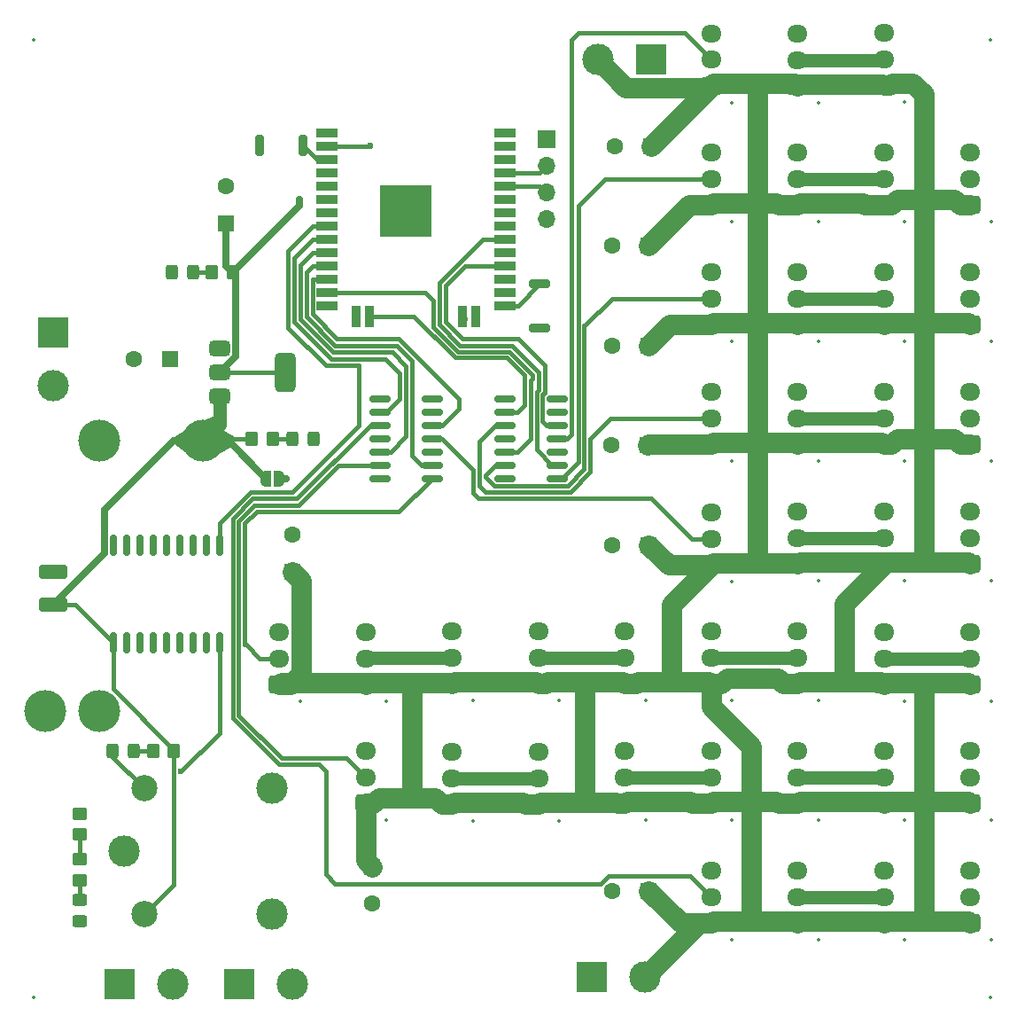
<source format=gbr>
%TF.GenerationSoftware,KiCad,Pcbnew,8.0.9*%
%TF.CreationDate,2025-02-25T22:51:42+01:00*%
%TF.ProjectId,WLED Controller,574c4544-2043-46f6-9e74-726f6c6c6572,rev?*%
%TF.SameCoordinates,Original*%
%TF.FileFunction,Copper,L1,Top*%
%TF.FilePolarity,Positive*%
%FSLAX46Y46*%
G04 Gerber Fmt 4.6, Leading zero omitted, Abs format (unit mm)*
G04 Created by KiCad (PCBNEW 8.0.9) date 2025-02-25 22:51:42*
%MOMM*%
%LPD*%
G01*
G04 APERTURE LIST*
G04 Aperture macros list*
%AMRoundRect*
0 Rectangle with rounded corners*
0 $1 Rounding radius*
0 $2 $3 $4 $5 $6 $7 $8 $9 X,Y pos of 4 corners*
0 Add a 4 corners polygon primitive as box body*
4,1,4,$2,$3,$4,$5,$6,$7,$8,$9,$2,$3,0*
0 Add four circle primitives for the rounded corners*
1,1,$1+$1,$2,$3*
1,1,$1+$1,$4,$5*
1,1,$1+$1,$6,$7*
1,1,$1+$1,$8,$9*
0 Add four rect primitives between the rounded corners*
20,1,$1+$1,$2,$3,$4,$5,0*
20,1,$1+$1,$4,$5,$6,$7,0*
20,1,$1+$1,$6,$7,$8,$9,0*
20,1,$1+$1,$8,$9,$2,$3,0*%
%AMFreePoly0*
4,1,19,0.500000,-0.750000,0.000000,-0.750000,0.000000,-0.744911,-0.071157,-0.744911,-0.207708,-0.704816,-0.327430,-0.627875,-0.420627,-0.520320,-0.479746,-0.390866,-0.500000,-0.250000,-0.500000,0.250000,-0.479746,0.390866,-0.420627,0.520320,-0.327430,0.627875,-0.207708,0.704816,-0.071157,0.744911,0.000000,0.744911,0.000000,0.750000,0.500000,0.750000,0.500000,-0.750000,0.500000,-0.750000,
$1*%
%AMFreePoly1*
4,1,19,0.000000,0.744911,0.071157,0.744911,0.207708,0.704816,0.327430,0.627875,0.420627,0.520320,0.479746,0.390866,0.500000,0.250000,0.500000,-0.250000,0.479746,-0.390866,0.420627,-0.520320,0.327430,-0.627875,0.207708,-0.704816,0.071157,-0.744911,0.000000,-0.744911,0.000000,-0.750000,-0.500000,-0.750000,-0.500000,0.750000,0.000000,0.750000,0.000000,0.744911,0.000000,0.744911,
$1*%
G04 Aperture macros list end*
%TA.AperFunction,SMDPad,CuDef*%
%ADD10R,2.000000X0.900000*%
%TD*%
%TA.AperFunction,SMDPad,CuDef*%
%ADD11R,0.900000X2.000000*%
%TD*%
%TA.AperFunction,SMDPad,CuDef*%
%ADD12R,5.000000X5.000000*%
%TD*%
%TA.AperFunction,ComponentPad*%
%ADD13C,4.000000*%
%TD*%
%TA.AperFunction,ComponentPad*%
%ADD14RoundRect,0.250000X0.725000X-0.600000X0.725000X0.600000X-0.725000X0.600000X-0.725000X-0.600000X0*%
%TD*%
%TA.AperFunction,ComponentPad*%
%ADD15O,1.950000X1.700000*%
%TD*%
%TA.AperFunction,SMDPad,CuDef*%
%ADD16RoundRect,0.150000X-0.150000X0.875000X-0.150000X-0.875000X0.150000X-0.875000X0.150000X0.875000X0*%
%TD*%
%TA.AperFunction,SMDPad,CuDef*%
%ADD17RoundRect,0.250000X-0.325000X-0.450000X0.325000X-0.450000X0.325000X0.450000X-0.325000X0.450000X0*%
%TD*%
%TA.AperFunction,ComponentPad*%
%ADD18R,1.600000X1.600000*%
%TD*%
%TA.AperFunction,ComponentPad*%
%ADD19C,1.600000*%
%TD*%
%TA.AperFunction,SMDPad,CuDef*%
%ADD20RoundRect,0.250000X0.350000X0.450000X-0.350000X0.450000X-0.350000X-0.450000X0.350000X-0.450000X0*%
%TD*%
%TA.AperFunction,SMDPad,CuDef*%
%ADD21FreePoly0,180.000000*%
%TD*%
%TA.AperFunction,SMDPad,CuDef*%
%ADD22FreePoly1,180.000000*%
%TD*%
%TA.AperFunction,SMDPad,CuDef*%
%ADD23RoundRect,0.200000X-0.200000X-0.800000X0.200000X-0.800000X0.200000X0.800000X-0.200000X0.800000X0*%
%TD*%
%TA.AperFunction,ComponentPad*%
%ADD24R,1.700000X1.700000*%
%TD*%
%TA.AperFunction,ComponentPad*%
%ADD25O,1.700000X1.700000*%
%TD*%
%TA.AperFunction,SMDPad,CuDef*%
%ADD26RoundRect,0.150000X-0.825000X-0.150000X0.825000X-0.150000X0.825000X0.150000X-0.825000X0.150000X0*%
%TD*%
%TA.AperFunction,SMDPad,CuDef*%
%ADD27RoundRect,0.250000X0.450000X-0.325000X0.450000X0.325000X-0.450000X0.325000X-0.450000X-0.325000X0*%
%TD*%
%TA.AperFunction,ComponentPad*%
%ADD28R,3.000000X3.000000*%
%TD*%
%TA.AperFunction,ComponentPad*%
%ADD29C,3.000000*%
%TD*%
%TA.AperFunction,SMDPad,CuDef*%
%ADD30RoundRect,0.375000X-0.625000X-0.375000X0.625000X-0.375000X0.625000X0.375000X-0.625000X0.375000X0*%
%TD*%
%TA.AperFunction,SMDPad,CuDef*%
%ADD31RoundRect,0.500000X-0.500000X-1.400000X0.500000X-1.400000X0.500000X1.400000X-0.500000X1.400000X0*%
%TD*%
%TA.AperFunction,SMDPad,CuDef*%
%ADD32RoundRect,0.250000X-0.350000X-0.450000X0.350000X-0.450000X0.350000X0.450000X-0.350000X0.450000X0*%
%TD*%
%TA.AperFunction,SMDPad,CuDef*%
%ADD33RoundRect,0.250000X0.325000X0.450000X-0.325000X0.450000X-0.325000X-0.450000X0.325000X-0.450000X0*%
%TD*%
%TA.AperFunction,SMDPad,CuDef*%
%ADD34RoundRect,0.200000X-0.800000X0.200000X-0.800000X-0.200000X0.800000X-0.200000X0.800000X0.200000X0*%
%TD*%
%TA.AperFunction,SMDPad,CuDef*%
%ADD35RoundRect,0.250000X0.450000X-0.350000X0.450000X0.350000X-0.450000X0.350000X-0.450000X-0.350000X0*%
%TD*%
%TA.AperFunction,SMDPad,CuDef*%
%ADD36RoundRect,0.250000X-1.100000X0.412500X-1.100000X-0.412500X1.100000X-0.412500X1.100000X0.412500X0*%
%TD*%
%TA.AperFunction,ComponentPad*%
%ADD37C,2.500000*%
%TD*%
%TA.AperFunction,ViaPad*%
%ADD38C,0.600000*%
%TD*%
%TA.AperFunction,Conductor*%
%ADD39C,0.635000*%
%TD*%
%TA.AperFunction,Conductor*%
%ADD40C,0.381000*%
%TD*%
%TA.AperFunction,Conductor*%
%ADD41C,1.270000*%
%TD*%
%TA.AperFunction,Conductor*%
%ADD42C,1.905000*%
%TD*%
%ADD43C,0.300000*%
%ADD44C,0.350000*%
G04 APERTURE END LIST*
D10*
%TO.P,U1,1,GND*%
%TO.N,GND*%
X52215000Y-33020000D03*
%TO.P,U1,2,VDD*%
%TO.N,+3.3V*%
X52215000Y-34290000D03*
%TO.P,U1,3,EN*%
%TO.N,Net-(U1-EN)*%
X52215000Y-35560000D03*
%TO.P,U1,4,SENSOR_VP*%
%TO.N,unconnected-(U1-SENSOR_VP-Pad4)*%
X52215000Y-36830000D03*
%TO.P,U1,5,SENSOR_VN*%
%TO.N,unconnected-(U1-SENSOR_VN-Pad5)*%
X52215000Y-38100000D03*
%TO.P,U1,6,IO34*%
%TO.N,unconnected-(U1-IO34-Pad6)*%
X52215000Y-39370000D03*
%TO.P,U1,7,IO35*%
%TO.N,unconnected-(U1-IO35-Pad7)*%
X52215000Y-40640000D03*
%TO.P,U1,8,IO32*%
%TO.N,SIGNAL RELAIS LINE OUT*%
X52215000Y-41910000D03*
%TO.P,U1,9,IO33*%
%TO.N,WLED Channel 0*%
X52215000Y-43180000D03*
%TO.P,U1,10,IO25*%
%TO.N,WLED Channel 1*%
X52215000Y-44450000D03*
%TO.P,U1,11,IO26*%
%TO.N,WLED Channel 2*%
X52215000Y-45720000D03*
%TO.P,U1,12,IO27*%
%TO.N,WLED Channel 3*%
X52215000Y-46990000D03*
%TO.P,U1,13,IO14*%
%TO.N,WLED Channel 5*%
X52215000Y-48260000D03*
%TO.P,U1,14,IO12*%
%TO.N,unconnected-(U1-IO12-Pad14)*%
X52215000Y-49530000D03*
D11*
%TO.P,U1,15,GND*%
%TO.N,GND*%
X55000000Y-50530000D03*
%TO.P,U1,16,IO13*%
%TO.N,WLED Channel 4*%
X56270000Y-50530000D03*
%TO.P,U1,23,IO15*%
%TO.N,Net-(U1-IO15)*%
X65160000Y-50530000D03*
%TO.P,U1,24,IO2*%
%TO.N,unconnected-(U1-IO2-Pad24)*%
X66430000Y-50530000D03*
D10*
%TO.P,U1,25,IO0*%
%TO.N,Net-(U1-IO0)*%
X69215000Y-49530000D03*
%TO.P,U1,26,IO4*%
%TO.N,unconnected-(U1-IO4-Pad26)*%
X69215000Y-48260000D03*
%TO.P,U1,27,IO16*%
%TO.N,unconnected-(U1-IO16-Pad27)*%
X69215000Y-46990000D03*
%TO.P,U1,28,IO17*%
%TO.N,WLED Channel 7*%
X69215000Y-45720000D03*
%TO.P,U1,29,IO5*%
%TO.N,unconnected-(U1-IO5-Pad29)*%
X69215000Y-44450000D03*
%TO.P,U1,30,IO18*%
%TO.N,WLED Channel 6*%
X69215000Y-43180000D03*
%TO.P,U1,31,IO19*%
%TO.N,unconnected-(U1-IO19-Pad31)*%
X69215000Y-41910000D03*
%TO.P,U1,32,NC*%
%TO.N,unconnected-(U1-NC-Pad32)*%
X69215000Y-40640000D03*
%TO.P,U1,33,IO21*%
%TO.N,unconnected-(U1-IO21-Pad33)*%
X69215000Y-39370000D03*
%TO.P,U1,34,RXD0/IO3*%
%TO.N,RX*%
X69215000Y-38100000D03*
%TO.P,U1,35,TXD0/IO1*%
%TO.N,TX*%
X69215000Y-36830000D03*
%TO.P,U1,36,IO22*%
%TO.N,unconnected-(U1-IO22-Pad36)*%
X69215000Y-35560000D03*
%TO.P,U1,37,IO23*%
%TO.N,unconnected-(U1-IO23-Pad37)*%
X69215000Y-34290000D03*
%TO.P,U1,38,GND*%
%TO.N,GND*%
X69215000Y-33020000D03*
D12*
%TO.P,U1,39,GND*%
X59715000Y-40520000D03*
%TD*%
D13*
%TO.P,U4,1,L*%
%TO.N,LINE*%
X30440300Y-88228500D03*
%TO.P,U4,2,N*%
%TO.N,NEUT*%
X25258700Y-88228500D03*
%TO.P,U4,3,-*%
%TO.N,GND*%
X30389500Y-62447500D03*
%TO.P,U4,4,+*%
%TO.N,+5V*%
X40346300Y-62447500D03*
%TD*%
D14*
%TO.P,J18,1,Pin_1*%
%TO.N,Vdrive*%
X88900000Y-85645000D03*
D15*
%TO.P,J18,2,Pin_2*%
%TO.N,Net-(J18-Pin_2)*%
X88900000Y-83145000D03*
%TO.P,J18,3,Pin_3*%
%TO.N,GND*%
X88900000Y-80645000D03*
%TD*%
D14*
%TO.P,J26,1,Pin_1*%
%TO.N,Vdrive*%
X97155000Y-97075000D03*
D15*
%TO.P,J26,2,Pin_2*%
%TO.N,Net-(J26-Pin_2)*%
X97155000Y-94575000D03*
%TO.P,J26,3,Pin_3*%
%TO.N,GND*%
X97155000Y-92075000D03*
%TD*%
D14*
%TO.P,J15,1,Pin_1*%
%TO.N,Vdrive*%
X64135000Y-85645000D03*
D15*
%TO.P,J15,2,Pin_2*%
%TO.N,Net-(J14-Pin_2)*%
X64135000Y-83145000D03*
%TO.P,J15,3,Pin_3*%
%TO.N,GND*%
X64135000Y-80645000D03*
%TD*%
D16*
%TO.P,U2,1,I1*%
%TO.N,SIGNAL RELAIS LINE OUT*%
X41910000Y-72390000D03*
%TO.P,U2,2,I2*%
%TO.N,unconnected-(U2-I2-Pad2)*%
X40640000Y-72390000D03*
%TO.P,U2,3,I3*%
%TO.N,unconnected-(U2-I3-Pad3)*%
X39370000Y-72390000D03*
%TO.P,U2,4,I4*%
%TO.N,unconnected-(U2-I4-Pad4)*%
X38100000Y-72390000D03*
%TO.P,U2,5,I5*%
%TO.N,unconnected-(U2-I5-Pad5)*%
X36830000Y-72390000D03*
%TO.P,U2,6,I6*%
%TO.N,unconnected-(U2-I6-Pad6)*%
X35560000Y-72390000D03*
%TO.P,U2,7,I7*%
%TO.N,unconnected-(U2-I7-Pad7)*%
X34290000Y-72390000D03*
%TO.P,U2,8,I8*%
%TO.N,unconnected-(U2-I8-Pad8)*%
X33020000Y-72390000D03*
%TO.P,U2,9,GND*%
%TO.N,GND*%
X31750000Y-72390000D03*
%TO.P,U2,10,COM*%
%TO.N,+5V*%
X31750000Y-81690000D03*
%TO.P,U2,11,O8*%
%TO.N,unconnected-(U2-O8-Pad11)*%
X33020000Y-81690000D03*
%TO.P,U2,12,O7*%
%TO.N,unconnected-(U2-O7-Pad12)*%
X34290000Y-81690000D03*
%TO.P,U2,13,O6*%
%TO.N,unconnected-(U2-O6-Pad13)*%
X35560000Y-81690000D03*
%TO.P,U2,14,O5*%
%TO.N,unconnected-(U2-O5-Pad14)*%
X36830000Y-81690000D03*
%TO.P,U2,15,O4*%
%TO.N,unconnected-(U2-O4-Pad15)*%
X38100000Y-81690000D03*
%TO.P,U2,16,O3*%
%TO.N,unconnected-(U2-O3-Pad16)*%
X39370000Y-81690000D03*
%TO.P,U2,17,O2*%
%TO.N,unconnected-(U2-O2-Pad17)*%
X40640000Y-81690000D03*
%TO.P,U2,18,O1*%
%TO.N,RELAIS LINE OUT*%
X41910000Y-81690000D03*
%TD*%
D17*
%TO.P,D2,1,K*%
%TO.N,GND*%
X37345000Y-46355000D03*
%TO.P,D2,2,A*%
%TO.N,Net-(D2-A)*%
X39395000Y-46355000D03*
%TD*%
D18*
%TO.P,C9,1*%
%TO.N,Vdrive*%
X82932651Y-72390000D03*
D19*
%TO.P,C9,2*%
%TO.N,GND*%
X79432651Y-72390000D03*
%TD*%
D14*
%TO.P,J44,1,Pin_1*%
%TO.N,Vdrive*%
X97155000Y-28575000D03*
D15*
%TO.P,J44,2,Pin_2*%
%TO.N,Net-(J44-Pin_2)*%
X97155000Y-26075000D03*
%TO.P,J44,3,Pin_3*%
%TO.N,GND*%
X97155000Y-23575000D03*
%TD*%
D14*
%TO.P,J20,1,Pin_1*%
%TO.N,Vdrive*%
X105410000Y-85725000D03*
D15*
%TO.P,J20,2,Pin_2*%
%TO.N,Net-(J20-Pin_2)*%
X105410000Y-83225000D03*
%TO.P,J20,3,Pin_3*%
%TO.N,GND*%
X105410000Y-80725000D03*
%TD*%
D20*
%TO.P,R3,1*%
%TO.N,Net-(D1-A)*%
X46990000Y-62230000D03*
%TO.P,R3,2*%
%TO.N,+5V*%
X44990000Y-62230000D03*
%TD*%
D14*
%TO.P,J39,1,Pin_1*%
%TO.N,Vdrive*%
X105410000Y-51355000D03*
D15*
%TO.P,J39,2,Pin_2*%
%TO.N,Net-(J38-Pin_2)*%
X105410000Y-48855000D03*
%TO.P,J39,3,Pin_3*%
%TO.N,GND*%
X105410000Y-46355000D03*
%TD*%
D21*
%TO.P,JP1,1,A*%
%TO.N,Vdrive*%
X47640000Y-66040000D03*
D22*
%TO.P,JP1,2,B*%
%TO.N,+5V*%
X46340000Y-66040000D03*
%TD*%
D14*
%TO.P,J14,1,Pin_1*%
%TO.N,Vdrive*%
X55880000Y-85725000D03*
D15*
%TO.P,J14,2,Pin_2*%
%TO.N,Net-(J14-Pin_2)*%
X55880000Y-83225000D03*
%TO.P,J14,3,Pin_3*%
%TO.N,GND*%
X55880000Y-80725000D03*
%TD*%
D14*
%TO.P,J36,1,Pin_1*%
%TO.N,Vdrive*%
X105410000Y-62785000D03*
D15*
%TO.P,J36,2,Pin_2*%
%TO.N,Net-(J35-Pin_2)*%
X105410000Y-60285000D03*
%TO.P,J36,3,Pin_3*%
%TO.N,GND*%
X105410000Y-57785000D03*
%TD*%
D14*
%TO.P,J24,1,Pin_1*%
%TO.N,Vdrive*%
X113665000Y-74215000D03*
D15*
%TO.P,J24,2,Pin_2*%
%TO.N,unconnected-(J24-Pin_2-Pad2)*%
X113665000Y-71715000D03*
%TO.P,J24,3,Pin_3*%
%TO.N,GND*%
X113665000Y-69215000D03*
%TD*%
D14*
%TO.P,J8,1,Pin_1*%
%TO.N,Vdrive*%
X47625000Y-85725000D03*
D15*
%TO.P,J8,2,Pin_2*%
%TO.N,WLED Channel 2 TTL*%
X47625000Y-83225000D03*
%TO.P,J8,3,Pin_3*%
%TO.N,GND*%
X47625000Y-80725000D03*
%TD*%
D14*
%TO.P,J31,1,Pin_1*%
%TO.N,Vdrive*%
X113665000Y-108505000D03*
D15*
%TO.P,J31,2,Pin_2*%
%TO.N,unconnected-(J31-Pin_2-Pad2)*%
X113665000Y-106005000D03*
%TO.P,J31,3,Pin_3*%
%TO.N,GND*%
X113665000Y-103505000D03*
%TD*%
D14*
%TO.P,J22,1,Pin_1*%
%TO.N,Vdrive*%
X97155000Y-74215000D03*
D15*
%TO.P,J22,2,Pin_2*%
%TO.N,Net-(J22-Pin_2)*%
X97155000Y-71715000D03*
%TO.P,J22,3,Pin_3*%
%TO.N,GND*%
X97155000Y-69215000D03*
%TD*%
D23*
%TO.P,SW1,1,1*%
%TO.N,GND*%
X45730000Y-34260000D03*
%TO.P,SW1,2,2*%
%TO.N,Net-(U1-EN)*%
X49930000Y-34260000D03*
%TD*%
D14*
%TO.P,J42,1,Pin_1*%
%TO.N,Vdrive*%
X105410000Y-39925000D03*
D15*
%TO.P,J42,2,Pin_2*%
%TO.N,Net-(J41-Pin_2)*%
X105410000Y-37425000D03*
%TO.P,J42,3,Pin_3*%
%TO.N,GND*%
X105410000Y-34925000D03*
%TD*%
D14*
%TO.P,J32,1,Pin_1*%
%TO.N,Vdrive*%
X97155000Y-108505000D03*
D15*
%TO.P,J32,2,Pin_2*%
%TO.N,Net-(J32-Pin_2)*%
X97155000Y-106005000D03*
%TO.P,J32,3,Pin_3*%
%TO.N,GND*%
X97155000Y-103505000D03*
%TD*%
D24*
%TO.P,J1,1,Pin_1*%
%TO.N,GND*%
X73170000Y-33665000D03*
D25*
%TO.P,J1,2,Pin_2*%
%TO.N,TX*%
X73170000Y-36205000D03*
%TO.P,J1,3,Pin_3*%
%TO.N,RX*%
X73170000Y-38745000D03*
%TO.P,J1,4,Pin_4*%
%TO.N,+3.3V*%
X73170000Y-41285000D03*
%TD*%
D14*
%TO.P,J9,1,Pin_1*%
%TO.N,Vdrive*%
X88900000Y-74295000D03*
D15*
%TO.P,J9,2,Pin_2*%
%TO.N,WLED Channel 3 TTL*%
X88900000Y-71795000D03*
%TO.P,J9,3,Pin_3*%
%TO.N,GND*%
X88900000Y-69295000D03*
%TD*%
D14*
%TO.P,J12,1,Pin_1*%
%TO.N,Vdrive*%
X88900000Y-39925000D03*
D15*
%TO.P,J12,2,Pin_2*%
%TO.N,WLED Channel 6 TTL*%
X88900000Y-37425000D03*
%TO.P,J12,3,Pin_3*%
%TO.N,GND*%
X88900000Y-34925000D03*
%TD*%
D26*
%TO.P,U6,1*%
%TO.N,GND*%
X69215000Y-58420000D03*
%TO.P,U6,2*%
%TO.N,WLED Channel 4*%
X69215000Y-59690000D03*
%TO.P,U6,3*%
%TO.N,WLED Channel 4 TTL*%
X69215000Y-60960000D03*
%TO.P,U6,4*%
%TO.N,GND*%
X69215000Y-62230000D03*
%TO.P,U6,5*%
%TO.N,WLED Channel 5*%
X69215000Y-63500000D03*
%TO.P,U6,6*%
%TO.N,WLED Channel 5 TTL*%
X69215000Y-64770000D03*
%TO.P,U6,7,GND*%
%TO.N,GND*%
X69215000Y-66040000D03*
%TO.P,U6,8*%
%TO.N,WLED Channel 6 TTL*%
X74165000Y-66040000D03*
%TO.P,U6,9*%
%TO.N,WLED Channel 6*%
X74165000Y-64770000D03*
%TO.P,U6,10*%
%TO.N,GND*%
X74165000Y-63500000D03*
%TO.P,U6,11*%
%TO.N,WLED Channel 7 TTL*%
X74165000Y-62230000D03*
%TO.P,U6,12*%
%TO.N,WLED Channel 7*%
X74165000Y-60960000D03*
%TO.P,U6,13*%
%TO.N,GND*%
X74165000Y-59690000D03*
%TO.P,U6,14,VCC*%
%TO.N,+5V*%
X74165000Y-58420000D03*
%TD*%
D14*
%TO.P,J16,1,Pin_1*%
%TO.N,Vdrive*%
X72390000Y-85645000D03*
D15*
%TO.P,J16,2,Pin_2*%
%TO.N,Net-(J16-Pin_2)*%
X72390000Y-83145000D03*
%TO.P,J16,3,Pin_3*%
%TO.N,GND*%
X72390000Y-80645000D03*
%TD*%
D27*
%TO.P,D3,1,K*%
%TO.N,NEUT*%
X28575000Y-108340000D03*
%TO.P,D3,2,A*%
%TO.N,Net-(D3-A)*%
X28575000Y-106290000D03*
%TD*%
D28*
%TO.P,J5,1,Pin_1*%
%TO.N,GND*%
X77470000Y-113665000D03*
D29*
%TO.P,J5,2,Pin_2*%
%TO.N,Vdrive*%
X82550000Y-113665000D03*
%TD*%
D14*
%TO.P,J23,1,Pin_1*%
%TO.N,Vdrive*%
X105410000Y-74215000D03*
D15*
%TO.P,J23,2,Pin_2*%
%TO.N,Net-(J22-Pin_2)*%
X105410000Y-71715000D03*
%TO.P,J23,3,Pin_3*%
%TO.N,GND*%
X105410000Y-69215000D03*
%TD*%
D28*
%TO.P,J46,1,Pin_1*%
%TO.N,GND*%
X83185000Y-26035000D03*
D29*
%TO.P,J46,2,Pin_2*%
%TO.N,Vdrive*%
X78105000Y-26035000D03*
%TD*%
D30*
%TO.P,U3,1,GND*%
%TO.N,GND*%
X41935000Y-53580000D03*
%TO.P,U3,2,VO*%
%TO.N,+3.3V*%
X41935000Y-55880000D03*
D31*
X48235000Y-55880000D03*
D30*
%TO.P,U3,3,VI*%
%TO.N,+5V*%
X41935000Y-58180000D03*
%TD*%
D14*
%TO.P,J7,1,Pin_1*%
%TO.N,Vdrive*%
X55880000Y-97075000D03*
D15*
%TO.P,J7,2,Pin_2*%
%TO.N,WLED Channel 1 TTL*%
X55880000Y-94575000D03*
%TO.P,J7,3,Pin_3*%
%TO.N,GND*%
X55880000Y-92075000D03*
%TD*%
D14*
%TO.P,J33,1,Pin_1*%
%TO.N,Vdrive*%
X105410000Y-108505000D03*
D15*
%TO.P,J33,2,Pin_2*%
%TO.N,Net-(J32-Pin_2)*%
X105410000Y-106005000D03*
%TO.P,J33,3,Pin_3*%
%TO.N,GND*%
X105410000Y-103505000D03*
%TD*%
D14*
%TO.P,J34,1,Pin_1*%
%TO.N,Vdrive*%
X80645000Y-97075000D03*
D15*
%TO.P,J34,2,Pin_2*%
%TO.N,Net-(J25-Pin_2)*%
X80645000Y-94575000D03*
%TO.P,J34,3,Pin_3*%
%TO.N,GND*%
X80645000Y-92075000D03*
%TD*%
D14*
%TO.P,J35,1,Pin_1*%
%TO.N,Vdrive*%
X97155000Y-62785000D03*
D15*
%TO.P,J35,2,Pin_2*%
%TO.N,Net-(J35-Pin_2)*%
X97155000Y-60285000D03*
%TO.P,J35,3,Pin_3*%
%TO.N,GND*%
X97155000Y-57785000D03*
%TD*%
D14*
%TO.P,J25,1,Pin_1*%
%TO.N,Vdrive*%
X88900000Y-97075000D03*
D15*
%TO.P,J25,2,Pin_2*%
%TO.N,Net-(J25-Pin_2)*%
X88900000Y-94575000D03*
%TO.P,J25,3,Pin_3*%
%TO.N,GND*%
X88900000Y-92075000D03*
%TD*%
D18*
%TO.P,C1,1*%
%TO.N,+5V*%
X37212651Y-54610000D03*
D19*
%TO.P,C1,2*%
%TO.N,GND*%
X33712651Y-54610000D03*
%TD*%
D18*
%TO.P,C5,1*%
%TO.N,Vdrive*%
X83185000Y-34290000D03*
D19*
%TO.P,C5,2*%
%TO.N,GND*%
X79685000Y-34290000D03*
%TD*%
D14*
%TO.P,J41,1,Pin_1*%
%TO.N,Vdrive*%
X97155000Y-39925000D03*
D15*
%TO.P,J41,2,Pin_2*%
%TO.N,Net-(J41-Pin_2)*%
X97155000Y-37425000D03*
%TO.P,J41,3,Pin_3*%
%TO.N,GND*%
X97155000Y-34925000D03*
%TD*%
D14*
%TO.P,J19,1,Pin_1*%
%TO.N,Vdrive*%
X97155000Y-85645000D03*
D15*
%TO.P,J19,2,Pin_2*%
%TO.N,Net-(J18-Pin_2)*%
X97155000Y-83145000D03*
%TO.P,J19,3,Pin_3*%
%TO.N,GND*%
X97155000Y-80645000D03*
%TD*%
D14*
%TO.P,J21,1,Pin_1*%
%TO.N,Vdrive*%
X113665000Y-85725000D03*
D15*
%TO.P,J21,2,Pin_2*%
%TO.N,Net-(J20-Pin_2)*%
X113665000Y-83225000D03*
%TO.P,J21,3,Pin_3*%
%TO.N,GND*%
X113665000Y-80725000D03*
%TD*%
D28*
%TO.P,J4,1,Pin_1*%
%TO.N,GND*%
X26035000Y-52070000D03*
D29*
%TO.P,J4,2,Pin_2*%
%TO.N,+5V*%
X26035000Y-57150000D03*
%TD*%
D28*
%TO.P,J3,1,Pin_1*%
%TO.N,LINE*%
X32385000Y-114300000D03*
D29*
%TO.P,J3,2,Pin_2*%
%TO.N,NEUT*%
X37465000Y-114300000D03*
%TD*%
D18*
%TO.P,C2,1*%
%TO.N,+3.3V*%
X42545000Y-41657651D03*
D19*
%TO.P,C2,2*%
%TO.N,GND*%
X42545000Y-38157651D03*
%TD*%
D14*
%TO.P,J10,1,Pin_1*%
%TO.N,Vdrive*%
X88900000Y-62785000D03*
D15*
%TO.P,J10,2,Pin_2*%
%TO.N,WLED Channel 4 TTL*%
X88900000Y-60285000D03*
%TO.P,J10,3,Pin_3*%
%TO.N,GND*%
X88900000Y-57785000D03*
%TD*%
D18*
%TO.P,C8,1*%
%TO.N,Vdrive*%
X82932651Y-53340000D03*
D19*
%TO.P,C8,2*%
%TO.N,GND*%
X79432651Y-53340000D03*
%TD*%
D14*
%TO.P,J38,1,Pin_1*%
%TO.N,Vdrive*%
X97155000Y-51355000D03*
D15*
%TO.P,J38,2,Pin_2*%
%TO.N,Net-(J38-Pin_2)*%
X97155000Y-48855000D03*
%TO.P,J38,3,Pin_3*%
%TO.N,GND*%
X97155000Y-46355000D03*
%TD*%
D18*
%TO.P,C6,1*%
%TO.N,Vdrive*%
X82932651Y-43815000D03*
D19*
%TO.P,C6,2*%
%TO.N,GND*%
X79432651Y-43815000D03*
%TD*%
D14*
%TO.P,J11,1,Pin_1*%
%TO.N,Vdrive*%
X88900000Y-51355000D03*
D15*
%TO.P,J11,2,Pin_2*%
%TO.N,WLED Channel 5 TTL*%
X88900000Y-48855000D03*
%TO.P,J11,3,Pin_3*%
%TO.N,GND*%
X88900000Y-46355000D03*
%TD*%
D14*
%TO.P,J27,1,Pin_1*%
%TO.N,Vdrive*%
X105410000Y-97075000D03*
D15*
%TO.P,J27,2,Pin_2*%
%TO.N,Net-(J26-Pin_2)*%
X105410000Y-94575000D03*
%TO.P,J27,3,Pin_3*%
%TO.N,GND*%
X105410000Y-92075000D03*
%TD*%
D18*
%TO.P,C11,1*%
%TO.N,Vdrive*%
X56515000Y-103122349D03*
D19*
%TO.P,C11,2*%
%TO.N,GND*%
X56515000Y-106622349D03*
%TD*%
D14*
%TO.P,J45,1,Pin_1*%
%TO.N,Vdrive*%
X105410000Y-28495000D03*
D15*
%TO.P,J45,2,Pin_2*%
%TO.N,Net-(J44-Pin_2)*%
X105410000Y-25995000D03*
%TO.P,J45,3,Pin_3*%
%TO.N,GND*%
X105410000Y-23495000D03*
%TD*%
D32*
%TO.P,R7,1*%
%TO.N,Net-(D4-A)*%
X35560000Y-92075000D03*
%TO.P,R7,2*%
%TO.N,+5V*%
X37560000Y-92075000D03*
%TD*%
D33*
%TO.P,D1,1,K*%
%TO.N,GND*%
X50945000Y-62230000D03*
%TO.P,D1,2,A*%
%TO.N,Net-(D1-A)*%
X48895000Y-62230000D03*
%TD*%
D26*
%TO.P,U5,1*%
%TO.N,GND*%
X57280000Y-58420000D03*
%TO.P,U5,2*%
%TO.N,WLED Channel 0*%
X57280000Y-59690000D03*
%TO.P,U5,3*%
%TO.N,WLED Channel 0 TTL*%
X57280000Y-60960000D03*
%TO.P,U5,4*%
%TO.N,GND*%
X57280000Y-62230000D03*
%TO.P,U5,5*%
%TO.N,WLED Channel 1*%
X57280000Y-63500000D03*
%TO.P,U5,6*%
%TO.N,WLED Channel 1 TTL*%
X57280000Y-64770000D03*
%TO.P,U5,7,GND*%
%TO.N,GND*%
X57280000Y-66040000D03*
%TO.P,U5,8*%
%TO.N,WLED Channel 2 TTL*%
X62230000Y-66040000D03*
%TO.P,U5,9*%
%TO.N,WLED Channel 2*%
X62230000Y-64770000D03*
%TO.P,U5,10*%
%TO.N,GND*%
X62230000Y-63500000D03*
%TO.P,U5,11*%
%TO.N,WLED Channel 3 TTL*%
X62230000Y-62230000D03*
%TO.P,U5,12*%
%TO.N,WLED Channel 3*%
X62230000Y-60960000D03*
%TO.P,U5,13*%
%TO.N,GND*%
X62230000Y-59690000D03*
%TO.P,U5,14,VCC*%
%TO.N,+5V*%
X62230000Y-58420000D03*
%TD*%
D34*
%TO.P,SW2,1,1*%
%TO.N,Net-(U1-IO0)*%
X72535000Y-47430000D03*
%TO.P,SW2,2,2*%
%TO.N,GND*%
X72535000Y-51630000D03*
%TD*%
D17*
%TO.P,D4,1,K*%
%TO.N,RELAIS LINE OUT*%
X31700000Y-92075000D03*
%TO.P,D4,2,A*%
%TO.N,Net-(D4-A)*%
X33750000Y-92075000D03*
%TD*%
D35*
%TO.P,R5,1*%
%TO.N,Net-(D3-A)*%
X28575000Y-104385000D03*
%TO.P,R5,2*%
%TO.N,Net-(R5-Pad2)*%
X28575000Y-102385000D03*
%TD*%
D14*
%TO.P,J29,1,Pin_1*%
%TO.N,Vdrive*%
X64135000Y-97155000D03*
D15*
%TO.P,J29,2,Pin_2*%
%TO.N,Net-(J29-Pin_2)*%
X64135000Y-94655000D03*
%TO.P,J29,3,Pin_3*%
%TO.N,GND*%
X64135000Y-92155000D03*
%TD*%
D14*
%TO.P,J6,1,Pin_1*%
%TO.N,Vdrive*%
X88900000Y-108505000D03*
D15*
%TO.P,J6,2,Pin_2*%
%TO.N,WLED Channel 0 TTL*%
X88900000Y-106005000D03*
%TO.P,J6,3,Pin_3*%
%TO.N,GND*%
X88900000Y-103505000D03*
%TD*%
D14*
%TO.P,J17,1,Pin_1*%
%TO.N,Vdrive*%
X80645000Y-85645000D03*
D15*
%TO.P,J17,2,Pin_2*%
%TO.N,Net-(J16-Pin_2)*%
X80645000Y-83145000D03*
%TO.P,J17,3,Pin_3*%
%TO.N,GND*%
X80645000Y-80645000D03*
%TD*%
D28*
%TO.P,J2,1,Pin_1*%
%TO.N,LINE OUT*%
X43815000Y-114300000D03*
D29*
%TO.P,J2,2,Pin_2*%
%TO.N,NEUT*%
X48895000Y-114300000D03*
%TD*%
D14*
%TO.P,J30,1,Pin_1*%
%TO.N,Vdrive*%
X72390000Y-97155000D03*
D15*
%TO.P,J30,2,Pin_2*%
%TO.N,Net-(J29-Pin_2)*%
X72390000Y-94655000D03*
%TO.P,J30,3,Pin_3*%
%TO.N,GND*%
X72390000Y-92155000D03*
%TD*%
D14*
%TO.P,J37,1,Pin_1*%
%TO.N,Vdrive*%
X113665000Y-62785000D03*
D15*
%TO.P,J37,2,Pin_2*%
%TO.N,unconnected-(J37-Pin_2-Pad2)*%
X113665000Y-60285000D03*
%TO.P,J37,3,Pin_3*%
%TO.N,GND*%
X113665000Y-57785000D03*
%TD*%
D14*
%TO.P,J28,1,Pin_1*%
%TO.N,Vdrive*%
X113665000Y-97075000D03*
D15*
%TO.P,J28,2,Pin_2*%
%TO.N,unconnected-(J28-Pin_2-Pad2)*%
X113665000Y-94575000D03*
%TO.P,J28,3,Pin_3*%
%TO.N,GND*%
X113665000Y-92075000D03*
%TD*%
D14*
%TO.P,J40,1,Pin_1*%
%TO.N,Vdrive*%
X113665000Y-51355000D03*
D15*
%TO.P,J40,2,Pin_2*%
%TO.N,unconnected-(J40-Pin_2-Pad2)*%
X113665000Y-48855000D03*
%TO.P,J40,3,Pin_3*%
%TO.N,GND*%
X113665000Y-46355000D03*
%TD*%
D14*
%TO.P,J13,1,Pin_1*%
%TO.N,Vdrive*%
X88900000Y-28535000D03*
D15*
%TO.P,J13,2,Pin_2*%
%TO.N,WLED Channel 7 TTL*%
X88900000Y-26035000D03*
%TO.P,J13,3,Pin_3*%
%TO.N,GND*%
X88900000Y-23535000D03*
%TD*%
D18*
%TO.P,C10,1*%
%TO.N,Vdrive*%
X82932651Y-105410000D03*
D19*
%TO.P,C10,2*%
%TO.N,GND*%
X79432651Y-105410000D03*
%TD*%
D14*
%TO.P,J43,1,Pin_1*%
%TO.N,Vdrive*%
X113665000Y-39925000D03*
D15*
%TO.P,J43,2,Pin_2*%
%TO.N,unconnected-(J43-Pin_2-Pad2)*%
X113665000Y-37425000D03*
%TO.P,J43,3,Pin_3*%
%TO.N,GND*%
X113665000Y-34925000D03*
%TD*%
D35*
%TO.P,R6,1*%
%TO.N,Net-(R5-Pad2)*%
X28575000Y-100035000D03*
%TO.P,R6,2*%
%TO.N,LINE*%
X28575000Y-98035000D03*
%TD*%
D36*
%TO.P,C4,1*%
%TO.N,GND*%
X26035000Y-74980000D03*
%TO.P,C4,2*%
%TO.N,+5V*%
X26035000Y-78105000D03*
%TD*%
D32*
%TO.P,R4,1*%
%TO.N,Net-(D2-A)*%
X41180000Y-46355000D03*
%TO.P,R4,2*%
%TO.N,+3.3V*%
X43180000Y-46355000D03*
%TD*%
D18*
%TO.P,C12,1*%
%TO.N,Vdrive*%
X48895000Y-74930000D03*
D19*
%TO.P,C12,2*%
%TO.N,GND*%
X48895000Y-71430000D03*
%TD*%
D29*
%TO.P,K1,1*%
%TO.N,LINE*%
X32775000Y-101600000D03*
D37*
%TO.P,K1,2*%
%TO.N,+5V*%
X34725000Y-107650000D03*
D29*
%TO.P,K1,3*%
%TO.N,LINE OUT*%
X46925000Y-107650000D03*
%TO.P,K1,4*%
%TO.N,unconnected-(K1-Pad4)*%
X46975000Y-95600000D03*
D37*
%TO.P,K1,5*%
%TO.N,RELAIS LINE OUT*%
X34725000Y-95650000D03*
%TD*%
D18*
%TO.P,C7,1*%
%TO.N,Vdrive*%
X82875000Y-62865000D03*
D19*
%TO.P,C7,2*%
%TO.N,GND*%
X79375000Y-62865000D03*
%TD*%
D38*
%TO.N,+5V*%
X62230000Y-58420000D03*
X74165000Y-58420000D03*
%TO.N,GND*%
X62230000Y-59690000D03*
X62230000Y-63500000D03*
X26035000Y-74980000D03*
X69215000Y-66040000D03*
X74165000Y-63500000D03*
X69215000Y-58420000D03*
X37345000Y-46355000D03*
X45730000Y-34260000D03*
X57280000Y-66040000D03*
X74165000Y-59690000D03*
X69215000Y-33020000D03*
X57280000Y-62230000D03*
X72535000Y-51630000D03*
X57280000Y-58420000D03*
X69215000Y-62230000D03*
X55000000Y-50530000D03*
X41935000Y-53580000D03*
X31750000Y-72390000D03*
X52215000Y-33020000D03*
X50945000Y-62230000D03*
X59715000Y-40520000D03*
%TO.N,+3.3V*%
X56330000Y-34260000D03*
X49530000Y-39370000D03*
%TO.N,NEUT*%
X28575000Y-108340000D03*
%TO.N,Net-(U1-EN)*%
X52215000Y-35560000D03*
%TO.N,Net-(U1-IO0)*%
X69215000Y-49530000D03*
%TO.N,LINE*%
X28575000Y-98035000D03*
%TO.N,RELAIS LINE OUT*%
X38250500Y-93980000D03*
%TO.N,Vdrive*%
X48260000Y-66040000D03*
%TO.N,Net-(U1-IO15)*%
X65405000Y-50800000D03*
%TD*%
D39*
%TO.N,+5V*%
X30932500Y-73207500D02*
X30932500Y-69032873D01*
D40*
X37560000Y-104815000D02*
X34725000Y-107650000D01*
X37560000Y-91967522D02*
X37560000Y-92075000D01*
X37560000Y-92075000D02*
X37560000Y-104815000D01*
D39*
X42747500Y-62447500D02*
X40346300Y-62447500D01*
D40*
X31750000Y-86157522D02*
X37560000Y-91967522D01*
D39*
X46340000Y-66040000D02*
X42747500Y-62447500D01*
D40*
X31750000Y-81690000D02*
X31750000Y-86157522D01*
X44990000Y-62230000D02*
X40563800Y-62230000D01*
D39*
X26035000Y-78105000D02*
X30932500Y-73207500D01*
X30932500Y-69032873D02*
X37517873Y-62447500D01*
D41*
X41935000Y-58180000D02*
X41935000Y-60858800D01*
D40*
X28165000Y-78105000D02*
X31750000Y-81690000D01*
X40563800Y-62230000D02*
X40346300Y-62447500D01*
D41*
X41935000Y-60858800D02*
X40346300Y-62447500D01*
D39*
X37517873Y-62447500D02*
X40346300Y-62447500D01*
D40*
X26035000Y-78105000D02*
X28165000Y-78105000D01*
D39*
%TO.N,+3.3V*%
X42545000Y-41657651D02*
X42545000Y-45720000D01*
X49530000Y-40005000D02*
X49530000Y-39370000D01*
X41935000Y-55880000D02*
X43452500Y-54362500D01*
D40*
X52215000Y-34290000D02*
X56300000Y-34290000D01*
X56300000Y-34290000D02*
X56330000Y-34260000D01*
D39*
X43452500Y-54362500D02*
X43452500Y-46627500D01*
X43452500Y-46627500D02*
X43180000Y-46355000D01*
X43180000Y-46355000D02*
X49530000Y-40005000D01*
D40*
X41935000Y-55880000D02*
X48235000Y-55880000D01*
D39*
X42545000Y-45720000D02*
X43180000Y-46355000D01*
D40*
%TO.N,Net-(D1-A)*%
X46990000Y-62230000D02*
X48895000Y-62230000D01*
%TO.N,Net-(D2-A)*%
X41180000Y-46355000D02*
X39395000Y-46355000D01*
%TO.N,Net-(D3-A)*%
X28575000Y-104385000D02*
X28575000Y-106290000D01*
%TO.N,RX*%
X72525000Y-38100000D02*
X73170000Y-38745000D01*
X69215000Y-38100000D02*
X72525000Y-38100000D01*
%TO.N,TX*%
X72545000Y-36830000D02*
X73170000Y-36205000D01*
X69215000Y-36830000D02*
X72545000Y-36830000D01*
%TO.N,Net-(U1-EN)*%
X51230000Y-35560000D02*
X52215000Y-35560000D01*
X49930000Y-34260000D02*
X51230000Y-35560000D01*
%TO.N,Net-(U1-IO0)*%
X69215000Y-49530000D02*
X70435000Y-49530000D01*
X70435000Y-49530000D02*
X72535000Y-47430000D01*
%TO.N,Net-(R5-Pad2)*%
X28575000Y-100035000D02*
X28575000Y-102385000D01*
%TO.N,RELAIS LINE OUT*%
X31700000Y-92075000D02*
X31700000Y-92625000D01*
X41910000Y-90320500D02*
X38250500Y-93980000D01*
X31700000Y-92625000D02*
X34725000Y-95650000D01*
X41910000Y-81690000D02*
X41910000Y-90320500D01*
%TO.N,SIGNAL RELAIS LINE OUT*%
X48895000Y-67310000D02*
X44898342Y-67310000D01*
X52215000Y-41910000D02*
X50834000Y-41910000D01*
X44898342Y-67310000D02*
X41910000Y-70298342D01*
X48476000Y-44268000D02*
X48476000Y-51651000D01*
X41910000Y-70298342D02*
X41910000Y-72390000D01*
X55245000Y-60960000D02*
X48895000Y-67310000D01*
X50834000Y-41910000D02*
X48476000Y-44268000D01*
X55245000Y-55245000D02*
X55245000Y-60960000D01*
X48476000Y-51651000D02*
X52070000Y-55245000D01*
X52070000Y-55245000D02*
X55245000Y-55245000D01*
%TO.N,WLED Channel 3*%
X64758842Y-59406157D02*
X63204999Y-60960000D01*
X53159000Y-52705000D02*
X59032684Y-52705000D01*
X59032684Y-52705000D02*
X64758842Y-58431158D01*
X52215000Y-46990000D02*
X50834000Y-46990000D01*
X50800000Y-47024000D02*
X50800000Y-50346000D01*
X50800000Y-50346000D02*
X53159000Y-52705000D01*
X63204999Y-60960000D02*
X62230000Y-60960000D01*
X50834000Y-46990000D02*
X50800000Y-47024000D01*
X64758842Y-58431158D02*
X64758842Y-59406157D01*
%TO.N,WLED Channel 0*%
X59163000Y-58420000D02*
X57893000Y-59690000D01*
X59163000Y-55988000D02*
X59163000Y-58420000D01*
X49057000Y-44957000D02*
X49057000Y-51067974D01*
X52215000Y-43180000D02*
X50834000Y-43180000D01*
X50834000Y-43180000D02*
X49057000Y-44957000D01*
X49057000Y-51067974D02*
X52599026Y-54610000D01*
X52599026Y-54610000D02*
X57785000Y-54610000D01*
X57785000Y-54610000D02*
X59163000Y-55988000D01*
X57893000Y-59690000D02*
X57280000Y-59690000D01*
%TO.N,WLED Channel 1*%
X58420000Y-53975000D02*
X59744000Y-55299000D01*
X59744000Y-55299000D02*
X59744000Y-62010999D01*
X58254999Y-63500000D02*
X57280000Y-63500000D01*
X49638000Y-45646000D02*
X49638000Y-50827316D01*
X50834000Y-44450000D02*
X49638000Y-45646000D01*
X49638000Y-50827316D02*
X52785684Y-53975000D01*
X59744000Y-62010999D02*
X58254999Y-63500000D01*
X52215000Y-44450000D02*
X50834000Y-44450000D01*
X52785684Y-53975000D02*
X58420000Y-53975000D01*
%TO.N,WLED Channel 2*%
X52972342Y-53340000D02*
X58846026Y-53340000D01*
X58846026Y-53340000D02*
X60325000Y-54818974D01*
X50219000Y-46335000D02*
X50219000Y-50586658D01*
X60325000Y-63839999D02*
X61255001Y-64770000D01*
X50834000Y-45720000D02*
X50219000Y-46335000D01*
X52215000Y-45720000D02*
X50834000Y-45720000D01*
X61255001Y-64770000D02*
X62230000Y-64770000D01*
X60325000Y-54818974D02*
X60325000Y-63839999D01*
X50219000Y-50586658D02*
X52972342Y-53340000D01*
%TO.N,WLED Channel 6*%
X69215000Y-43180000D02*
X67123342Y-43180000D01*
X72218500Y-63297040D02*
X73691460Y-64770000D01*
X69850000Y-53340000D02*
X72390000Y-55880000D01*
X73691460Y-64770000D02*
X74165000Y-64770000D01*
X67123342Y-43180000D02*
X62919000Y-47384342D01*
X72390000Y-55880000D02*
X72390000Y-57629802D01*
X62919000Y-51341658D02*
X64917342Y-53340000D01*
X72218500Y-57801302D02*
X72218500Y-63297040D01*
X62919000Y-47384342D02*
X62919000Y-51341658D01*
X64917342Y-53340000D02*
X69850000Y-53340000D01*
X72390000Y-57629802D02*
X72218500Y-57801302D01*
%TO.N,WLED Channel 7*%
X72799500Y-58041960D02*
X72799500Y-60569499D01*
X73025000Y-57816460D02*
X72799500Y-58041960D01*
X63500000Y-47625000D02*
X63500000Y-51101000D01*
X70485000Y-52705000D02*
X73025000Y-55245000D01*
X73190001Y-60960000D02*
X74165000Y-60960000D01*
X69215000Y-45720000D02*
X65405000Y-45720000D01*
X65405000Y-45720000D02*
X63500000Y-47625000D01*
X72799500Y-60569499D02*
X73190001Y-60960000D01*
X63500000Y-51101000D02*
X65104000Y-52705000D01*
X73025000Y-55245000D02*
X73025000Y-57816460D01*
X65104000Y-52705000D02*
X70485000Y-52705000D01*
%TO.N,WLED Channel 5*%
X62338000Y-49003000D02*
X62338000Y-51582316D01*
X61595000Y-48260000D02*
X62338000Y-49003000D01*
X71637500Y-62230000D02*
X70367500Y-63500000D01*
X70367500Y-63500000D02*
X69215000Y-63500000D01*
X64676684Y-53921000D02*
X69609342Y-53921000D01*
X71637500Y-56686500D02*
X71637500Y-62230000D01*
X52215000Y-48260000D02*
X61595000Y-48260000D01*
X62338000Y-51582316D02*
X64676684Y-53921000D01*
X69609342Y-53921000D02*
X71809000Y-56120658D01*
X71809000Y-56515000D02*
X71637500Y-56686500D01*
X71809000Y-56120658D02*
X71809000Y-56515000D01*
%TO.N,WLED Channel 4*%
X71056500Y-59055000D02*
X70421500Y-59690000D01*
X70421500Y-59690000D02*
X69215000Y-59690000D01*
X71056500Y-56189816D02*
X71056500Y-59055000D01*
X60464026Y-50530000D02*
X64436026Y-54502000D01*
X64436026Y-54502000D02*
X69368684Y-54502000D01*
X56270000Y-50530000D02*
X60464026Y-50530000D01*
X69368684Y-54502000D02*
X71056500Y-56189816D01*
D42*
%TO.N,Vdrive*%
X105127500Y-85442500D02*
X105410000Y-85725000D01*
X49752500Y-84665000D02*
X48692500Y-85725000D01*
X97357500Y-108302500D02*
X97155000Y-108505000D01*
X113462500Y-108302500D02*
X109220000Y-108302500D01*
X109220000Y-96872500D02*
X105612500Y-96872500D01*
X89102500Y-62582500D02*
X88900000Y-62785000D01*
X96952500Y-62582500D02*
X93345000Y-62582500D01*
X103382500Y-39722500D02*
X97357500Y-39722500D01*
X80442500Y-85442500D02*
X80645000Y-85645000D01*
X105410000Y-39925000D02*
X103585000Y-39925000D01*
X60325000Y-85522500D02*
X56082500Y-85522500D01*
X105612500Y-96872500D02*
X105410000Y-97075000D01*
X112135000Y-39370000D02*
X109220000Y-39370000D01*
X88900000Y-87794120D02*
X92710000Y-91604120D01*
X90430000Y-85090000D02*
X95250000Y-85090000D01*
X62525000Y-96520000D02*
X59690000Y-96520000D01*
X97155000Y-39925000D02*
X95330000Y-39925000D01*
X64135000Y-85645000D02*
X64012500Y-85522500D01*
X88747500Y-28687500D02*
X88900000Y-28535000D01*
X109220000Y-96872500D02*
X109220000Y-108302500D01*
X57150000Y-96520000D02*
X56595000Y-97075000D01*
X93345000Y-28332500D02*
X89102500Y-28332500D01*
X93345000Y-51152500D02*
X93345000Y-62582500D01*
X80757500Y-28687500D02*
X88747500Y-28687500D01*
X64337500Y-85442500D02*
X72187500Y-85442500D01*
X76835000Y-85442500D02*
X76835000Y-96952500D01*
X80847500Y-96872500D02*
X80645000Y-97075000D01*
X60325000Y-95885000D02*
X59690000Y-96520000D01*
X88900000Y-74295000D02*
X84837651Y-74295000D01*
X88900000Y-62785000D02*
X82955000Y-62785000D01*
X82955000Y-62785000D02*
X82875000Y-62865000D01*
X97155000Y-62785000D02*
X96952500Y-62582500D01*
X84837651Y-74295000D02*
X82932651Y-72390000D01*
X105612500Y-85522500D02*
X109220000Y-85522500D01*
X101600000Y-78025000D02*
X101600000Y-85442500D01*
X49752500Y-75787500D02*
X49752500Y-84665000D01*
X71120000Y-97155000D02*
X70917500Y-96952500D01*
D39*
X47640000Y-66040000D02*
X48260000Y-66040000D01*
D42*
X76835000Y-85442500D02*
X80442500Y-85442500D01*
X88900000Y-85645000D02*
X88900000Y-87794120D01*
X56595000Y-97075000D02*
X55880000Y-97075000D01*
X88900000Y-28535000D02*
X88900000Y-28575000D01*
X92710000Y-108302500D02*
X89102500Y-108302500D01*
X56515000Y-103122349D02*
X55880000Y-102487349D01*
X72390000Y-97155000D02*
X71120000Y-97155000D01*
X109220000Y-39370000D02*
X109220000Y-51152500D01*
X93345000Y-51152500D02*
X89102500Y-51152500D01*
X109220000Y-51152500D02*
X105612500Y-51152500D01*
X97155000Y-51355000D02*
X96952500Y-51152500D01*
X97357500Y-74012500D02*
X97155000Y-74215000D01*
X76835000Y-96952500D02*
X72592500Y-96952500D01*
X92710000Y-91604120D02*
X92710000Y-96872500D01*
X105410000Y-97075000D02*
X105207500Y-96872500D01*
X89875000Y-85645000D02*
X90430000Y-85090000D01*
X86872500Y-96872500D02*
X80847500Y-96872500D01*
X97155000Y-97075000D02*
X95330000Y-97075000D01*
X88900000Y-108505000D02*
X86027651Y-108505000D01*
X73105000Y-85645000D02*
X73307500Y-85442500D01*
X106125000Y-39925000D02*
X105410000Y-39925000D01*
X109220000Y-85522500D02*
X113462500Y-85522500D01*
X112690000Y-39925000D02*
X112135000Y-39370000D01*
X105410000Y-62785000D02*
X105207500Y-62582500D01*
X88900000Y-39925000D02*
X86822651Y-39925000D01*
X88900000Y-97075000D02*
X87075000Y-97075000D01*
X63160000Y-97155000D02*
X62525000Y-96520000D01*
X105410000Y-28495000D02*
X105965000Y-28495000D01*
X105965000Y-28495000D02*
X106167500Y-28292500D01*
X97155000Y-28575000D02*
X96912500Y-28332500D01*
X105410000Y-74215000D02*
X101600000Y-78025000D01*
X79807500Y-96952500D02*
X76835000Y-96952500D01*
X113665000Y-39925000D02*
X112690000Y-39925000D01*
X105410000Y-74215000D02*
X105207500Y-74012500D01*
X95250000Y-85090000D02*
X95805000Y-85645000D01*
X97357500Y-62582500D02*
X97155000Y-62785000D01*
X97155000Y-74215000D02*
X97032500Y-74092500D01*
X105612500Y-108302500D02*
X105410000Y-108505000D01*
X95805000Y-85645000D02*
X97155000Y-85645000D01*
X105612500Y-51152500D02*
X105410000Y-51355000D01*
X105612500Y-74012500D02*
X105410000Y-74215000D01*
X78105000Y-26035000D02*
X80757500Y-28687500D01*
X109220000Y-108302500D02*
X105612500Y-108302500D01*
X109220000Y-62230000D02*
X106680000Y-62230000D01*
X105410000Y-85725000D02*
X105612500Y-85522500D01*
X109220000Y-74012500D02*
X105612500Y-74012500D01*
X95127500Y-96872500D02*
X92710000Y-96872500D01*
X64135000Y-85645000D02*
X64337500Y-85442500D01*
X109220000Y-29355880D02*
X109220000Y-39370000D01*
X93345000Y-74092500D02*
X89102500Y-74092500D01*
X47827500Y-85522500D02*
X55677500Y-85522500D01*
X55880000Y-102487349D02*
X55880000Y-97075000D01*
X106125000Y-62785000D02*
X105410000Y-62785000D01*
X81695880Y-85645000D02*
X81898380Y-85442500D01*
X64012500Y-85522500D02*
X60325000Y-85522500D01*
X86027651Y-108505000D02*
X82932651Y-105410000D01*
X47625000Y-85725000D02*
X47827500Y-85522500D01*
X96952500Y-51152500D02*
X93345000Y-51152500D01*
X103585000Y-39925000D02*
X103382500Y-39722500D01*
X105207500Y-96872500D02*
X97357500Y-96872500D01*
X87710000Y-108505000D02*
X82550000Y-113665000D01*
X48895000Y-74930000D02*
X49752500Y-75787500D01*
X88697500Y-85442500D02*
X88900000Y-85645000D01*
X59690000Y-96520000D02*
X57150000Y-96520000D01*
X86822651Y-39925000D02*
X82932651Y-43815000D01*
X73307500Y-85442500D02*
X76835000Y-85442500D01*
X113665000Y-62785000D02*
X112690000Y-62785000D01*
X101600000Y-85442500D02*
X105127500Y-85442500D01*
X80645000Y-97075000D02*
X79930000Y-97075000D01*
X109220000Y-85522500D02*
X109220000Y-96872500D01*
X89102500Y-74092500D02*
X88900000Y-74295000D01*
X97032500Y-74092500D02*
X93345000Y-74092500D01*
X113665000Y-97075000D02*
X113462500Y-96872500D01*
X97155000Y-85645000D02*
X97357500Y-85442500D01*
X93345000Y-39722500D02*
X89102500Y-39722500D01*
X95330000Y-97075000D02*
X95127500Y-96872500D01*
X95330000Y-39925000D02*
X95127500Y-39722500D01*
X113462500Y-96872500D02*
X109220000Y-96872500D01*
X105410000Y-108505000D02*
X105207500Y-108302500D01*
X113665000Y-108505000D02*
X113462500Y-108302500D01*
X79930000Y-97075000D02*
X79807500Y-96952500D01*
X105410000Y-51355000D02*
X105207500Y-51152500D01*
X96952500Y-108302500D02*
X92710000Y-108302500D01*
X64337500Y-96952500D02*
X64135000Y-97155000D01*
X88900000Y-51355000D02*
X84917651Y-51355000D01*
X89102500Y-108302500D02*
X88900000Y-108505000D01*
X48692500Y-85725000D02*
X47625000Y-85725000D01*
X55677500Y-85522500D02*
X55880000Y-85725000D01*
X85090000Y-78105000D02*
X85090000Y-85442500D01*
X105207500Y-62582500D02*
X97357500Y-62582500D01*
X105287500Y-28372500D02*
X97357500Y-28372500D01*
X87075000Y-97075000D02*
X86872500Y-96872500D01*
X70917500Y-96952500D02*
X64337500Y-96952500D01*
X93345000Y-28332500D02*
X93345000Y-39722500D01*
X113665000Y-51355000D02*
X113462500Y-51152500D01*
X113462500Y-74012500D02*
X109220000Y-74012500D01*
X105207500Y-74012500D02*
X97357500Y-74012500D01*
X97155000Y-108505000D02*
X96952500Y-108302500D01*
X80645000Y-85645000D02*
X81695880Y-85645000D01*
X113462500Y-51152500D02*
X109220000Y-51152500D01*
X88900000Y-28575000D02*
X83185000Y-34290000D01*
X109220000Y-62230000D02*
X109220000Y-74012500D01*
X97357500Y-51152500D02*
X97155000Y-51355000D01*
X72592500Y-96952500D02*
X72390000Y-97155000D01*
X113665000Y-74215000D02*
X113462500Y-74012500D01*
X56082500Y-85522500D02*
X55880000Y-85725000D01*
X97357500Y-28372500D02*
X97155000Y-28575000D01*
X81898380Y-85442500D02*
X85090000Y-85442500D01*
X88900000Y-74295000D02*
X85090000Y-78105000D01*
X89102500Y-39722500D02*
X88900000Y-39925000D01*
X85090000Y-85442500D02*
X88697500Y-85442500D01*
X105207500Y-108302500D02*
X97357500Y-108302500D01*
X88900000Y-85645000D02*
X89875000Y-85645000D01*
X93345000Y-39722500D02*
X93345000Y-51152500D01*
X93345000Y-62582500D02*
X89102500Y-62582500D01*
X89102500Y-28332500D02*
X88900000Y-28535000D01*
X109220000Y-51152500D02*
X109220000Y-62230000D01*
X106680000Y-62230000D02*
X106125000Y-62785000D01*
X112135000Y-62230000D02*
X109220000Y-62230000D01*
X88900000Y-108505000D02*
X87710000Y-108505000D01*
X97357500Y-39722500D02*
X97155000Y-39925000D01*
X108156620Y-28292500D02*
X109220000Y-29355880D01*
X113462500Y-85522500D02*
X113665000Y-85725000D01*
X72187500Y-85442500D02*
X72390000Y-85645000D01*
X92710000Y-96872500D02*
X92710000Y-108302500D01*
X106167500Y-28292500D02*
X108156620Y-28292500D01*
X105207500Y-51152500D02*
X97357500Y-51152500D01*
X84917651Y-51355000D02*
X82932651Y-53340000D01*
X97357500Y-85442500D02*
X101600000Y-85442500D01*
X97357500Y-96872500D02*
X97155000Y-97075000D01*
X89102500Y-51152500D02*
X88900000Y-51355000D01*
X96912500Y-28332500D02*
X93345000Y-28332500D01*
X93345000Y-62582500D02*
X93345000Y-74092500D01*
X106680000Y-39370000D02*
X106125000Y-39925000D01*
X92710000Y-96872500D02*
X89102500Y-96872500D01*
X60325000Y-85522500D02*
X60325000Y-95885000D01*
X109220000Y-39370000D02*
X106680000Y-39370000D01*
X72390000Y-85645000D02*
X73105000Y-85645000D01*
X89102500Y-96872500D02*
X88900000Y-97075000D01*
X64135000Y-97155000D02*
X63160000Y-97155000D01*
X95127500Y-39722500D02*
X93345000Y-39722500D01*
X105410000Y-28495000D02*
X105287500Y-28372500D01*
X112690000Y-62785000D02*
X112135000Y-62230000D01*
D40*
%TO.N,WLED Channel 1 TTL*%
X45271658Y-68580000D02*
X43761000Y-70090658D01*
X47865658Y-92764000D02*
X54069000Y-92764000D01*
X57280000Y-64770000D02*
X53316659Y-64770000D01*
X53316659Y-64770000D02*
X49506659Y-68580000D01*
X49506659Y-68580000D02*
X45271658Y-68580000D01*
X43761000Y-70090658D02*
X43761000Y-88659342D01*
X43761000Y-88659342D02*
X47865658Y-92764000D01*
X54069000Y-92764000D02*
X55880000Y-94575000D01*
%TO.N,WLED Channel 2 TTL*%
X44450000Y-81915000D02*
X45760000Y-83225000D01*
X44342000Y-81915000D02*
X44450000Y-81915000D01*
X59055000Y-69215000D02*
X46355000Y-69215000D01*
X46355000Y-69215000D02*
X46301000Y-69161000D01*
X44342000Y-70331316D02*
X44342000Y-81915000D01*
X62230000Y-66040000D02*
X59055000Y-69215000D01*
X46301000Y-69161000D02*
X45512316Y-69161000D01*
X45760000Y-83225000D02*
X47625000Y-83225000D01*
X45512316Y-69161000D02*
X44342000Y-70331316D01*
%TO.N,WLED Channel 3 TTL*%
X63204999Y-62230000D02*
X66148000Y-65173001D01*
X87035000Y-71795000D02*
X88900000Y-71795000D01*
X66148000Y-65173001D02*
X66148000Y-67418000D01*
X83185000Y-67945000D02*
X87035000Y-71795000D01*
X62230000Y-62230000D02*
X63204999Y-62230000D01*
X66148000Y-67418000D02*
X66675000Y-67945000D01*
X66675000Y-67945000D02*
X83185000Y-67945000D01*
%TO.N,WLED Channel 0 TTL*%
X52070000Y-93980000D02*
X52070000Y-103860971D01*
X57280000Y-60960000D02*
X56305001Y-60960000D01*
X78384029Y-104775000D02*
X79140197Y-104018832D01*
X43180000Y-88900000D02*
X47625000Y-93345000D01*
X45085000Y-67945000D02*
X43180000Y-69850000D01*
X79140197Y-104018832D02*
X86913832Y-104018832D01*
X43180000Y-69850000D02*
X43180000Y-88900000D01*
X52984029Y-104775000D02*
X78384029Y-104775000D01*
X47625000Y-93345000D02*
X51435000Y-93345000D01*
X52070000Y-103860971D02*
X52984029Y-104775000D01*
X86913832Y-104018832D02*
X88900000Y-106005000D01*
X51435000Y-93345000D02*
X52070000Y-93980000D01*
X56305001Y-60960000D02*
X49320001Y-67945000D01*
X49320001Y-67945000D02*
X45085000Y-67945000D01*
%TO.N,WLED Channel 5 TTL*%
X75218040Y-66730500D02*
X76781000Y-65167540D01*
X76835000Y-51435000D02*
X79415000Y-48855000D01*
X67310000Y-65700001D02*
X67310000Y-65878540D01*
X69215000Y-64770000D02*
X68240001Y-64770000D01*
X68161960Y-66730500D02*
X75218040Y-66730500D01*
X79415000Y-48855000D02*
X88900000Y-48855000D01*
X67310000Y-65878540D02*
X68161960Y-66730500D01*
X68240001Y-64770000D02*
X67310000Y-65700001D01*
X76781000Y-65167540D02*
X76781000Y-51435000D01*
X76781000Y-51435000D02*
X76835000Y-51435000D01*
%TO.N,WLED Channel 4 TTL*%
X66729000Y-62471001D02*
X66729000Y-66729000D01*
X77362000Y-62230000D02*
X79307000Y-60285000D01*
X66729000Y-66729000D02*
X67311500Y-67311500D01*
X75458698Y-67311500D02*
X77362000Y-65408198D01*
X67311500Y-67311500D02*
X75458698Y-67311500D01*
X79307000Y-60285000D02*
X88900000Y-60285000D01*
X68240001Y-60960000D02*
X66729000Y-62471001D01*
X77362000Y-65408198D02*
X77362000Y-62230000D01*
X69215000Y-60960000D02*
X68240001Y-60960000D01*
%TO.N,WLED Channel 7 TTL*%
X74165000Y-62230000D02*
X75139999Y-62230000D01*
X75565000Y-61804999D02*
X75565000Y-24130000D01*
X75565000Y-24130000D02*
X76200000Y-23495000D01*
X75139999Y-62230000D02*
X75565000Y-61804999D01*
X76200000Y-23495000D02*
X86360000Y-23495000D01*
X86360000Y-23495000D02*
X88900000Y-26035000D01*
%TO.N,WLED Channel 6 TTL*%
X78780000Y-37425000D02*
X88900000Y-37425000D01*
X76200000Y-64478540D02*
X76200000Y-40005000D01*
X74165000Y-66040000D02*
X74638540Y-66040000D01*
X76200000Y-40005000D02*
X78780000Y-37425000D01*
X74638540Y-66040000D02*
X76200000Y-64478540D01*
D41*
%TO.N,Net-(J14-Pin_2)*%
X55960000Y-83145000D02*
X55880000Y-83225000D01*
X64135000Y-83145000D02*
X55960000Y-83145000D01*
%TO.N,Net-(J16-Pin_2)*%
X80645000Y-83145000D02*
X72390000Y-83145000D01*
%TO.N,Net-(J18-Pin_2)*%
X97155000Y-83145000D02*
X88900000Y-83145000D01*
%TO.N,Net-(J20-Pin_2)*%
X105410000Y-83225000D02*
X113665000Y-83225000D01*
%TO.N,Net-(J22-Pin_2)*%
X97155000Y-71715000D02*
X105410000Y-71715000D01*
%TO.N,Net-(J26-Pin_2)*%
X97155000Y-94575000D02*
X105410000Y-94575000D01*
%TO.N,Net-(J25-Pin_2)*%
X80645000Y-94575000D02*
X88900000Y-94575000D01*
%TO.N,Net-(J29-Pin_2)*%
X64135000Y-94655000D02*
X72390000Y-94655000D01*
%TO.N,Net-(J32-Pin_2)*%
X105410000Y-106005000D02*
X97155000Y-106005000D01*
%TO.N,Net-(J35-Pin_2)*%
X97155000Y-60285000D02*
X105410000Y-60285000D01*
%TO.N,Net-(J38-Pin_2)*%
X97155000Y-48855000D02*
X105410000Y-48855000D01*
%TO.N,Net-(J41-Pin_2)*%
X97155000Y-37425000D02*
X105410000Y-37425000D01*
%TO.N,Net-(J44-Pin_2)*%
X97155000Y-26075000D02*
X105330000Y-26075000D01*
X105330000Y-26075000D02*
X105410000Y-25995000D01*
D40*
%TO.N,Net-(D4-A)*%
X33750000Y-92075000D02*
X35560000Y-92075000D01*
%TO.N,Net-(U1-IO15)*%
X65160000Y-50555000D02*
X65405000Y-50800000D01*
X65160000Y-50530000D02*
X65160000Y-50555000D01*
%TD*%
%TA.AperFunction,Conductor*%
%TO.N,+5V*%
G36*
X42189451Y-61714558D02*
G01*
X42191990Y-61716053D01*
X43384904Y-62638279D01*
X43389353Y-62646050D01*
X43387004Y-62654691D01*
X43386021Y-62655808D01*
X42947547Y-63094282D01*
X42945008Y-63096208D01*
X41896240Y-63685854D01*
X41887349Y-63686921D01*
X41883168Y-63684768D01*
X40361188Y-62459349D01*
X40356894Y-62451492D01*
X40359413Y-62442898D01*
X40364186Y-62439372D01*
X42180497Y-61714443D01*
X42189451Y-61714558D01*
G37*
%TD.AperFunction*%
%TD*%
%TA.AperFunction,Conductor*%
%TO.N,+5V*%
G36*
X41998655Y-61327579D02*
G01*
X43308894Y-62036183D01*
X43314541Y-62043132D01*
X43315028Y-62046473D01*
X43315028Y-62414675D01*
X43311601Y-62422948D01*
X43310379Y-62424011D01*
X42129945Y-63315555D01*
X42121278Y-63317807D01*
X42117742Y-63316724D01*
X40363342Y-62456348D01*
X40357423Y-62449628D01*
X40357989Y-62440691D01*
X40361900Y-62436178D01*
X41986502Y-61328204D01*
X41995266Y-61326375D01*
X41998655Y-61327579D01*
G37*
%TD.AperFunction*%
%TD*%
%TA.AperFunction,Conductor*%
%TO.N,+5V*%
G36*
X42562646Y-60124289D02*
G01*
X42566073Y-60132562D01*
X42565600Y-60135856D01*
X42137283Y-61595482D01*
X42131665Y-61602456D01*
X42131066Y-61602761D01*
X40364404Y-62439921D01*
X40355460Y-62440367D01*
X40348821Y-62434358D01*
X40347724Y-62428516D01*
X40406566Y-61602761D01*
X40486929Y-60474979D01*
X40490935Y-60466972D01*
X40494000Y-60465054D01*
X41297799Y-60121802D01*
X41302394Y-60120862D01*
X42554373Y-60120862D01*
X42562646Y-60124289D01*
G37*
%TD.AperFunction*%
%TD*%
%TA.AperFunction,Conductor*%
%TO.N,+5V*%
G36*
X38600011Y-61521463D02*
G01*
X40158214Y-62346795D01*
X40329202Y-62437362D01*
X40334909Y-62444262D01*
X40334065Y-62453177D01*
X40329992Y-62457582D01*
X38665205Y-63513306D01*
X38656383Y-63514842D01*
X38652243Y-63513019D01*
X37621905Y-62793917D01*
X37620328Y-62792596D01*
X37182800Y-62355068D01*
X37179373Y-62346795D01*
X37182800Y-62338522D01*
X37185191Y-62336682D01*
X38588668Y-61521686D01*
X38597541Y-61520496D01*
X38600011Y-61521463D01*
G37*
%TD.AperFunction*%
%TD*%
D43*
X62230000Y-58420000D03*
X74165000Y-58420000D03*
X62230000Y-59690000D03*
X62230000Y-63500000D03*
X26035000Y-74980000D03*
X69215000Y-66040000D03*
X74165000Y-63500000D03*
X69215000Y-58420000D03*
X37345000Y-46355000D03*
X45730000Y-34260000D03*
X57280000Y-66040000D03*
X74165000Y-59690000D03*
X69215000Y-33020000D03*
X57280000Y-62230000D03*
X72535000Y-51630000D03*
X57280000Y-58420000D03*
X69215000Y-62230000D03*
X55000000Y-50530000D03*
X41935000Y-53580000D03*
X31750000Y-72390000D03*
X52215000Y-33020000D03*
X50945000Y-62230000D03*
X59715000Y-40520000D03*
X56330000Y-34260000D03*
X49530000Y-39370000D03*
X28575000Y-108340000D03*
X52215000Y-35560000D03*
X69215000Y-49530000D03*
X28575000Y-98035000D03*
X38250500Y-93980000D03*
X48260000Y-66040000D03*
X65405000Y-50800000D03*
D44*
X30440300Y-88228500D03*
X25258700Y-88228500D03*
X30389500Y-62447500D03*
X40346300Y-62447500D03*
X90900000Y-87245000D03*
X88900000Y-85645000D03*
X88900000Y-83145000D03*
X88900000Y-80645000D03*
X99155000Y-98675000D03*
X97155000Y-97075000D03*
X97155000Y-94575000D03*
X97155000Y-92075000D03*
X66135000Y-87245000D03*
X64135000Y-85645000D03*
X64135000Y-83145000D03*
X64135000Y-80645000D03*
X82932651Y-72390000D03*
X79432651Y-72390000D03*
X99155000Y-30175000D03*
X97155000Y-28575000D03*
X97155000Y-26075000D03*
X97155000Y-23575000D03*
X107410000Y-87325000D03*
X105410000Y-85725000D03*
X105410000Y-83225000D03*
X105410000Y-80725000D03*
X107410000Y-52955000D03*
X105410000Y-51355000D03*
X105410000Y-48855000D03*
X105410000Y-46355000D03*
X57880000Y-87325000D03*
X55880000Y-85725000D03*
X55880000Y-83225000D03*
X55880000Y-80725000D03*
X107410000Y-64385000D03*
X105410000Y-62785000D03*
X105410000Y-60285000D03*
X105410000Y-57785000D03*
X115665000Y-75815000D03*
X113665000Y-74215000D03*
X113665000Y-71715000D03*
X113665000Y-69215000D03*
X49625000Y-87325000D03*
X47625000Y-85725000D03*
X47625000Y-83225000D03*
X47625000Y-80725000D03*
X115665000Y-110105000D03*
X113665000Y-108505000D03*
X113665000Y-106005000D03*
X113665000Y-103505000D03*
X99155000Y-75815000D03*
X97155000Y-74215000D03*
X97155000Y-71715000D03*
X97155000Y-69215000D03*
X115570000Y-115570000D03*
X107410000Y-41525000D03*
X105410000Y-39925000D03*
X105410000Y-37425000D03*
X105410000Y-34925000D03*
X99155000Y-110105000D03*
X97155000Y-108505000D03*
X97155000Y-106005000D03*
X97155000Y-103505000D03*
X24130000Y-115570000D03*
X73170000Y-33665000D03*
X73170000Y-36205000D03*
X73170000Y-38745000D03*
X73170000Y-41285000D03*
X90900000Y-75895000D03*
X88900000Y-74295000D03*
X88900000Y-71795000D03*
X88900000Y-69295000D03*
X90900000Y-41525000D03*
X88900000Y-39925000D03*
X88900000Y-37425000D03*
X88900000Y-34925000D03*
X74390000Y-87245000D03*
X72390000Y-85645000D03*
X72390000Y-83145000D03*
X72390000Y-80645000D03*
X77470000Y-113665000D03*
X82550000Y-113665000D03*
X107410000Y-75815000D03*
X105410000Y-74215000D03*
X105410000Y-71715000D03*
X105410000Y-69215000D03*
X83185000Y-26035000D03*
X78105000Y-26035000D03*
X57880000Y-98675000D03*
X55880000Y-97075000D03*
X55880000Y-94575000D03*
X55880000Y-92075000D03*
X107410000Y-110105000D03*
X105410000Y-108505000D03*
X105410000Y-106005000D03*
X105410000Y-103505000D03*
X82645000Y-98675000D03*
X80645000Y-97075000D03*
X80645000Y-94575000D03*
X80645000Y-92075000D03*
X99155000Y-64385000D03*
X97155000Y-62785000D03*
X97155000Y-60285000D03*
X97155000Y-57785000D03*
X90900000Y-98675000D03*
X88900000Y-97075000D03*
X88900000Y-94575000D03*
X88900000Y-92075000D03*
X115570000Y-24130000D03*
X37212651Y-54610000D03*
X33712651Y-54610000D03*
X83185000Y-34290000D03*
X79685000Y-34290000D03*
X99155000Y-41525000D03*
X97155000Y-39925000D03*
X97155000Y-37425000D03*
X97155000Y-34925000D03*
X99155000Y-87245000D03*
X97155000Y-85645000D03*
X97155000Y-83145000D03*
X97155000Y-80645000D03*
X115665000Y-87325000D03*
X113665000Y-85725000D03*
X113665000Y-83225000D03*
X113665000Y-80725000D03*
X26035000Y-52070000D03*
X26035000Y-57150000D03*
X32385000Y-114300000D03*
X37465000Y-114300000D03*
X42545000Y-41657651D03*
X42545000Y-38157651D03*
X90900000Y-64385000D03*
X88900000Y-62785000D03*
X88900000Y-60285000D03*
X88900000Y-57785000D03*
X82932651Y-53340000D03*
X79432651Y-53340000D03*
X99155000Y-52955000D03*
X97155000Y-51355000D03*
X97155000Y-48855000D03*
X97155000Y-46355000D03*
X82932651Y-43815000D03*
X79432651Y-43815000D03*
X90900000Y-52955000D03*
X88900000Y-51355000D03*
X88900000Y-48855000D03*
X88900000Y-46355000D03*
X107410000Y-98675000D03*
X105410000Y-97075000D03*
X105410000Y-94575000D03*
X105410000Y-92075000D03*
X56515000Y-103122349D03*
X56515000Y-106622349D03*
X107410000Y-30095000D03*
X105410000Y-28495000D03*
X105410000Y-25995000D03*
X105410000Y-23495000D03*
X24130000Y-24130000D03*
X66135000Y-98755000D03*
X64135000Y-97155000D03*
X64135000Y-94655000D03*
X64135000Y-92155000D03*
X90900000Y-110105000D03*
X88900000Y-108505000D03*
X88900000Y-106005000D03*
X88900000Y-103505000D03*
X82645000Y-87245000D03*
X80645000Y-85645000D03*
X80645000Y-83145000D03*
X80645000Y-80645000D03*
X43815000Y-114300000D03*
X48895000Y-114300000D03*
X74390000Y-98755000D03*
X72390000Y-97155000D03*
X72390000Y-94655000D03*
X72390000Y-92155000D03*
X115665000Y-64385000D03*
X113665000Y-62785000D03*
X113665000Y-60285000D03*
X113665000Y-57785000D03*
X115665000Y-98675000D03*
X113665000Y-97075000D03*
X113665000Y-94575000D03*
X113665000Y-92075000D03*
X115665000Y-52955000D03*
X113665000Y-51355000D03*
X113665000Y-48855000D03*
X113665000Y-46355000D03*
X90900000Y-30135000D03*
X88900000Y-28535000D03*
X88900000Y-26035000D03*
X88900000Y-23535000D03*
X82932651Y-105410000D03*
X79432651Y-105410000D03*
X115665000Y-41525000D03*
X113665000Y-39925000D03*
X113665000Y-37425000D03*
X113665000Y-34925000D03*
X48895000Y-74930000D03*
X48895000Y-71430000D03*
X32775000Y-101600000D03*
X34725000Y-107650000D03*
X46925000Y-107650000D03*
X46975000Y-95600000D03*
X34725000Y-95650000D03*
X82875000Y-62865000D03*
X79375000Y-62865000D03*
M02*

</source>
